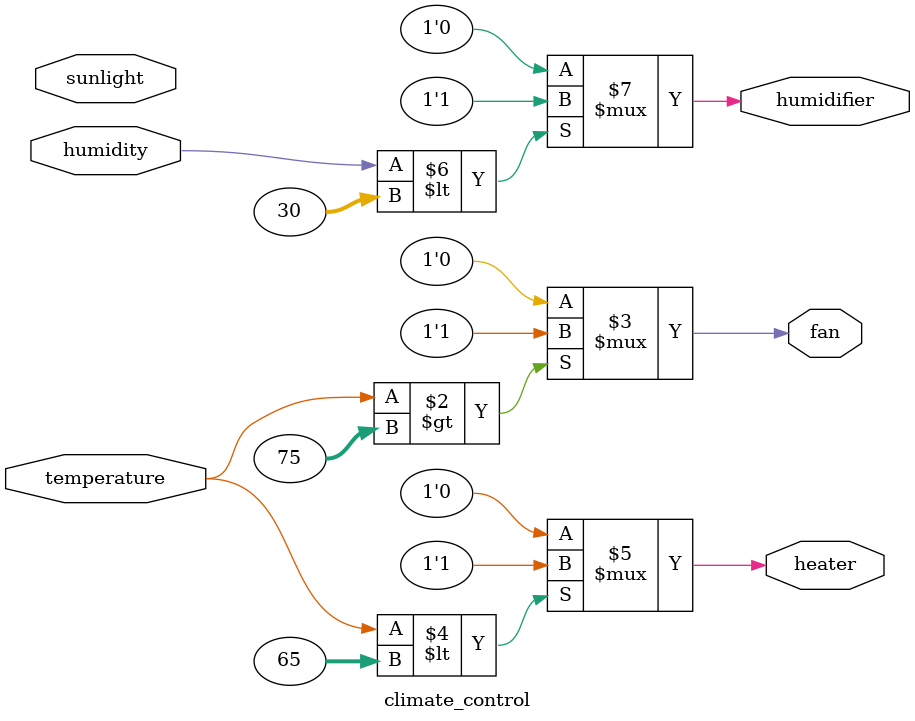
<source format=sv>
module climate_control (
    input logic temperature,
    input logic humidity,
    input logic sunlight,
    output logic fan,
    output logic heater,
    output logic humidifier
);

    always @(*) begin
        fan = (temperature > 75) ? 1'b1 : 1'b0;
        heater = (temperature < 65) ? 1'b1 : 1'b0;
        humidifier = (humidity < 30) ? 1'b1 : 1'b0;
    end

endmodule
</source>
